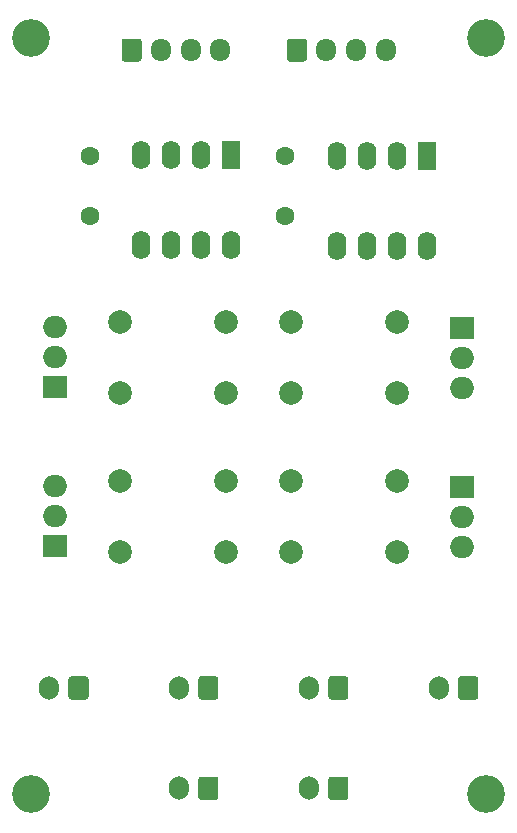
<source format=gbr>
G04 #@! TF.GenerationSoftware,KiCad,Pcbnew,5.1.10-88a1d61d58~90~ubuntu20.04.1*
G04 #@! TF.CreationDate,2022-01-16T20:59:39+00:00*
G04 #@! TF.ProjectId,hp_led_switch,68705f6c-6564-45f7-9377-697463682e6b,rev?*
G04 #@! TF.SameCoordinates,Original*
G04 #@! TF.FileFunction,Soldermask,Bot*
G04 #@! TF.FilePolarity,Negative*
%FSLAX46Y46*%
G04 Gerber Fmt 4.6, Leading zero omitted, Abs format (unit mm)*
G04 Created by KiCad (PCBNEW 5.1.10-88a1d61d58~90~ubuntu20.04.1) date 2022-01-16 20:59:39*
%MOMM*%
%LPD*%
G01*
G04 APERTURE LIST*
%ADD10O,1.600000X2.400000*%
%ADD11R,1.600000X2.400000*%
%ADD12C,2.000000*%
%ADD13C,1.600000*%
%ADD14O,2.000000X1.905000*%
%ADD15R,2.000000X1.905000*%
%ADD16O,1.700000X2.000000*%
%ADD17C,3.200000*%
%ADD18O,1.700000X1.950000*%
G04 APERTURE END LIST*
D10*
X144399000Y-54483000D03*
X136779000Y-46863000D03*
X141859000Y-54483000D03*
X139319000Y-46863000D03*
X139319000Y-54483000D03*
X141859000Y-46863000D03*
X136779000Y-54483000D03*
D11*
X144399000Y-46863000D03*
D10*
X161036000Y-54610000D03*
X153416000Y-46990000D03*
X158496000Y-54610000D03*
X155956000Y-46990000D03*
X155956000Y-54610000D03*
X158496000Y-46990000D03*
X153416000Y-54610000D03*
D11*
X161036000Y-46990000D03*
D12*
X144000000Y-74500000D03*
X135000000Y-74500000D03*
D13*
X149000000Y-47000000D03*
X149000000Y-52000000D03*
D12*
X158500000Y-67000000D03*
X149500000Y-67000000D03*
D13*
X132500000Y-47000000D03*
X132500000Y-52000000D03*
D14*
X164000000Y-80080000D03*
X164000000Y-77540000D03*
D15*
X164000000Y-75000000D03*
D12*
X135000000Y-67000000D03*
X144000000Y-67000000D03*
X158500000Y-80500000D03*
X149500000Y-80500000D03*
X135000000Y-80500000D03*
X144000000Y-80500000D03*
D14*
X164000000Y-66580000D03*
X164000000Y-64040000D03*
D15*
X164000000Y-61500000D03*
D14*
X129500000Y-61420000D03*
X129500000Y-63960000D03*
D15*
X129500000Y-66500000D03*
D14*
X129500000Y-74920000D03*
X129500000Y-77460000D03*
D15*
X129500000Y-80000000D03*
D16*
X151000000Y-100500000D03*
G36*
G01*
X154350000Y-99750000D02*
X154350000Y-101250000D01*
G75*
G02*
X154100000Y-101500000I-250000J0D01*
G01*
X152900000Y-101500000D01*
G75*
G02*
X152650000Y-101250000I0J250000D01*
G01*
X152650000Y-99750000D01*
G75*
G02*
X152900000Y-99500000I250000J0D01*
G01*
X154100000Y-99500000D01*
G75*
G02*
X154350000Y-99750000I0J-250000D01*
G01*
G37*
G36*
G01*
X165350000Y-91250000D02*
X165350000Y-92750000D01*
G75*
G02*
X165100000Y-93000000I-250000J0D01*
G01*
X163900000Y-93000000D01*
G75*
G02*
X163650000Y-92750000I0J250000D01*
G01*
X163650000Y-91250000D01*
G75*
G02*
X163900000Y-91000000I250000J0D01*
G01*
X165100000Y-91000000D01*
G75*
G02*
X165350000Y-91250000I0J-250000D01*
G01*
G37*
X162000000Y-92000000D03*
D17*
X166000000Y-37000000D03*
X166000000Y-101000000D03*
X127500000Y-101000000D03*
X127500000Y-37000000D03*
D12*
X149500000Y-74500000D03*
X158500000Y-74500000D03*
X144000000Y-61000000D03*
X135000000Y-61000000D03*
X149500000Y-61000000D03*
X158500000Y-61000000D03*
D16*
X140000000Y-100500000D03*
G36*
G01*
X143350000Y-99750000D02*
X143350000Y-101250000D01*
G75*
G02*
X143100000Y-101500000I-250000J0D01*
G01*
X141900000Y-101500000D01*
G75*
G02*
X141650000Y-101250000I0J250000D01*
G01*
X141650000Y-99750000D01*
G75*
G02*
X141900000Y-99500000I250000J0D01*
G01*
X143100000Y-99500000D01*
G75*
G02*
X143350000Y-99750000I0J-250000D01*
G01*
G37*
G36*
G01*
X143350000Y-91250000D02*
X143350000Y-92750000D01*
G75*
G02*
X143100000Y-93000000I-250000J0D01*
G01*
X141900000Y-93000000D01*
G75*
G02*
X141650000Y-92750000I0J250000D01*
G01*
X141650000Y-91250000D01*
G75*
G02*
X141900000Y-91000000I250000J0D01*
G01*
X143100000Y-91000000D01*
G75*
G02*
X143350000Y-91250000I0J-250000D01*
G01*
G37*
X140000000Y-92000000D03*
G36*
G01*
X154350000Y-91250000D02*
X154350000Y-92750000D01*
G75*
G02*
X154100000Y-93000000I-250000J0D01*
G01*
X152900000Y-93000000D01*
G75*
G02*
X152650000Y-92750000I0J250000D01*
G01*
X152650000Y-91250000D01*
G75*
G02*
X152900000Y-91000000I250000J0D01*
G01*
X154100000Y-91000000D01*
G75*
G02*
X154350000Y-91250000I0J-250000D01*
G01*
G37*
X151000000Y-92000000D03*
G36*
G01*
X132350000Y-91250000D02*
X132350000Y-92750000D01*
G75*
G02*
X132100000Y-93000000I-250000J0D01*
G01*
X130900000Y-93000000D01*
G75*
G02*
X130650000Y-92750000I0J250000D01*
G01*
X130650000Y-91250000D01*
G75*
G02*
X130900000Y-91000000I250000J0D01*
G01*
X132100000Y-91000000D01*
G75*
G02*
X132350000Y-91250000I0J-250000D01*
G01*
G37*
X129000000Y-92000000D03*
D18*
X157500000Y-38000000D03*
X155000000Y-38000000D03*
X152500000Y-38000000D03*
G36*
G01*
X149150000Y-38725000D02*
X149150000Y-37275000D01*
G75*
G02*
X149400000Y-37025000I250000J0D01*
G01*
X150600000Y-37025000D01*
G75*
G02*
X150850000Y-37275000I0J-250000D01*
G01*
X150850000Y-38725000D01*
G75*
G02*
X150600000Y-38975000I-250000J0D01*
G01*
X149400000Y-38975000D01*
G75*
G02*
X149150000Y-38725000I0J250000D01*
G01*
G37*
X143500000Y-38000000D03*
X141000000Y-38000000D03*
X138500000Y-38000000D03*
G36*
G01*
X135150000Y-38725000D02*
X135150000Y-37275000D01*
G75*
G02*
X135400000Y-37025000I250000J0D01*
G01*
X136600000Y-37025000D01*
G75*
G02*
X136850000Y-37275000I0J-250000D01*
G01*
X136850000Y-38725000D01*
G75*
G02*
X136600000Y-38975000I-250000J0D01*
G01*
X135400000Y-38975000D01*
G75*
G02*
X135150000Y-38725000I0J250000D01*
G01*
G37*
M02*

</source>
